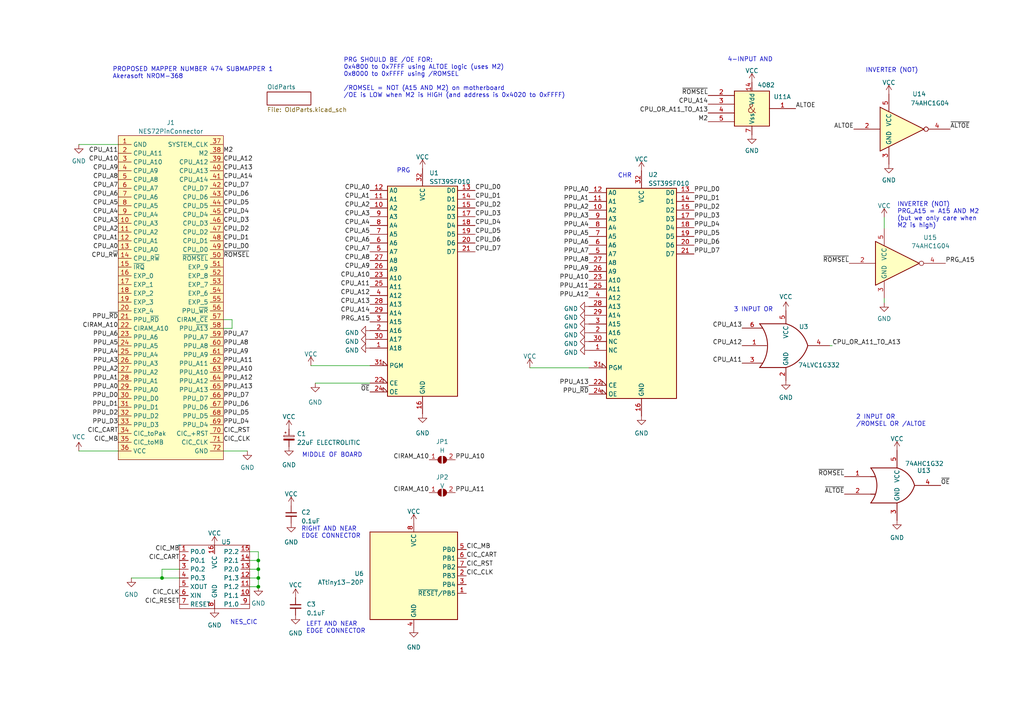
<source format=kicad_sch>
(kicad_sch (version 20230121) (generator eeschema)
  (paper "A4")
  (title_block (title "AS-8BIT-NROM-368") (company "Akerasoft") (comment 1 "©Akerasoft") (comment 2 "linear mapping") (comment 3 "This is a new mapper for simple upgrades of 32K games and also just for extra space in"))
  (lib_symbols
    (symbol "4xxx_IEEE:4082"
      (property "Reference" "U" (at 5.08 6.35 0))
      (property "Value" "4082" (at 5.08 -6.35 0))
      (symbol "4082_0_0"
        (text "&" (at 0 0 0) (effects (font (size 2.54 2.54))))
        (pin power_in line (at 0 7.62 270) (length 2.54) (name "Vdd") (number "14"))
        (pin power_in line (at 0 -7.62 90) (length 2.54) (name "Vss") (number "7"))
      )
      (symbol "4082_0_1"
        (rectangle (start -5.08 5.08) (end 5.08 -5.08) (stroke (width 0.254)) (fill (type background)))
      )
      (symbol "4082_1_1"
        (pin output line (at 12.7 0 180) (length 7.62) (name "~") (number "1"))
        (pin input line (at -12.7 3.81 0) (length 7.62) (name "~") (number "2"))
        (pin input line (at -12.7 1.27 0) (length 7.62) (name "~") (number "3"))
        (pin input line (at -12.7 -1.27 0) (length 7.62) (name "~") (number "4"))
        (pin input line (at -12.7 -3.81 0) (length 7.62) (name "~") (number "5"))
      )
      (symbol "4082_2_1"
        (pin input line (at -12.7 1.27 0) (length 7.62) (name "~") (number "10"))
        (pin input line (at -12.7 -1.27 0) (length 7.62) (name "~") (number "11"))
        (pin input line (at -12.7 -3.81 0) (length 7.62) (name "~") (number "12"))
        (pin output line (at 12.7 0 180) (length 7.62) (name "~") (number "13"))
        (pin input line (at -12.7 3.81 0) (length 7.62) (name "~") (number "9"))
      )
    )
    (symbol "74xGxx:74AHC1G04"
      (property "Reference" "U" (at -2.54 3.81 0))
      (property "Value" "74AHC1G04" (at 0 -3.81 0))
      (symbol "74AHC1G04_0_1"
        (polyline (pts (xy -7.62 6.35) (xy -7.62 -6.35) (xy 5.08 0) (xy -7.62 6.35)) (stroke (width 0.254)) (fill (type background)))
      )
      (symbol "74AHC1G04_1_1"
        (pin input line (at -15.24 0 0) (length 7.62) (name "~") (number "2"))
        (pin power_in line (at -5.08 -10.16 90) (length 5.08) (name "GND") (number "3"))
        (pin output inverted (at 12.7 0 180) (length 7.62) (name "~") (number "4"))
        (pin power_in line (at -5.08 10.16 270) (length 5.08) (name "VCC") (number "5"))
      )
    )
    (symbol "74xGxx:74AHC1G32"
      (property "Reference" "U" (at -2.54 3.81 0))
      (property "Value" "74AHC1G32" (at 0 -3.81 0))
      (symbol "74AHC1G32_0_1"
        (arc (start -7.62 -5.08) (mid -5.838 0) (end -7.62 5.08) (stroke (width 0.254)))
        (arc (start 0 -5.08) (mid 3.1986 -3.2054) (end 5.08 0) (stroke (width 0.254)))
        (polyline (pts (xy -7.62 -2.54) (xy -6.35 -2.54)) (stroke (width 0.254)) (fill (type background)))
        (polyline (pts (xy -7.62 2.54) (xy -6.35 2.54)) (stroke (width 0.254)) (fill (type background)))
        (polyline (pts (xy 0 -5.08) (xy -7.62 -5.08)) (stroke (width 0.254)) (fill (type background)))
        (polyline (pts (xy 0 5.08) (xy -7.62 5.08)) (stroke (width 0.254)) (fill (type background)))
        (arc (start 5.08 0) (mid 3.2238 3.2304) (end 0 5.08) (stroke (width 0.254)))
      )
      (symbol "74AHC1G32_1_1"
        (pin input line (at -15.24 2.54 0) (length 7.62) (name "~") (number "1"))
        (pin input line (at -15.24 -2.54 0) (length 7.62) (name "~") (number "2"))
        (pin power_in line (at 0 -10.16 90) (length 5.08) (name "GND") (number "3"))
        (pin output line (at 12.7 0 180) (length 7.62) (name "~") (number "4"))
        (pin power_in line (at 0 10.16 270) (length 5.08) (name "VCC") (number "5"))
      )
    )
    (symbol "74xGxx:74LVC1G332"
      (property "Reference" "U" (at -5.08 10.16 0))
      (property "Value" "74LVC1G332" (at 0 -10.16 0))
      (symbol "74LVC1G332_0_1"
        (arc (start -7.62 -6.35) (mid -5.321 0) (end -7.62 6.35) (stroke (width 0.254)))
        (arc (start 0 -6.35) (mid 3.9978 -3.9978) (end 6.35 0) (stroke (width 0.254)))
        (polyline (pts (xy 0 -6.35) (xy -7.62 -6.35)) (stroke (width 0.254)) (fill (type background)))
        (polyline (pts (xy 0 6.35) (xy -7.62 6.35)) (stroke (width 0.254)) (fill (type background)))
        (arc (start 6.35 0) (mid 3.9978 3.9978) (end 0 6.35) (stroke (width 0.254)))
      )
      (symbol "74LVC1G332_1_1"
        (pin input line (at -12.698 0 0) (length 7.11) (name "~") (number "1"))
        (pin power_in line (at 0 -10.16 90) (length 3.81) (name "GND") (number "2"))
        (pin input line (at -12.698 -5.08 0) (length 5.84) (name "~") (number "3"))
        (pin output line (at 12.7 0 180) (length 6.35) (name "~") (number "4"))
        (pin power_in line (at 0 10.16 270) (length 3.81) (name "VCC") (number "5"))
        (pin input line (at -12.698 5.08 0) (length 5.84) (name "~") (number "6"))
      )
    )
    (symbol "Device:C_Polarized_Small" (pin_numbers hide) (pin_names (offset 0.254) hide)
      (property "Reference" "C" (at 0.254 1.778 0))
      (property "Value" "C_Polarized_Small" (at 0.254 -2.032 0))
      (symbol "C_Polarized_Small_0_1"
        (rectangle (start -1.524 -0.3048) (end 1.524 -0.6858) (fill (type outline)))
        (rectangle (start -1.524 0.6858) (end 1.524 0.3048))
        (polyline (pts (xy -1.27 1.524) (xy -0.762 1.524)))
        (polyline (pts (xy -1.016 1.27) (xy -1.016 1.778)))
      )
      (symbol "C_Polarized_Small_1_1"
        (pin passive line (at 0 2.54 270) (length 1.8542) (name "~") (number "1"))
        (pin passive line (at 0 -2.54 90) (length 1.8542) (name "~") (number "2"))
      )
    )
    (symbol "Device:C_Small" (pin_numbers hide) (pin_names (offset 0.254) hide)
      (property "Reference" "C" (at 0.254 1.778 0))
      (property "Value" "C_Small" (at 0.254 -2.032 0))
      (symbol "C_Small_0_1"
        (polyline (pts (xy -1.524 -0.508) (xy 1.524 -0.508)) (stroke (width 0.3302)))
        (polyline (pts (xy -1.524 0.508) (xy 1.524 0.508)) (stroke (width 0.3048)))
      )
      (symbol "C_Small_1_1"
        (pin passive line (at 0 2.54 270) (length 2.032) (name "~") (number "1"))
        (pin passive line (at 0 -2.54 90) (length 2.032) (name "~") (number "2"))
      )
    )
    (symbol "Jumper:SolderJumper_2_Open" (pin_names (offset 0) hide)
      (property "Reference" "JP" (at 0 2.032 0))
      (property "Value" "SolderJumper_2_Open" (at 0 -2.54 0))
      (symbol "SolderJumper_2_Open_0_1"
        (arc (start -0.254 1.016) (mid -1.2656 0) (end -0.254 -1.016))
        (arc (start -0.254 1.016) (mid -1.2656 0) (end -0.254 -1.016) (fill (type outline)))
        (polyline (pts (xy -0.254 1.016) (xy -0.254 -1.016)))
        (polyline (pts (xy 0.254 1.016) (xy 0.254 -1.016)))
        (arc (start 0.254 -1.016) (mid 1.2656 0) (end 0.254 1.016))
        (arc (start 0.254 -1.016) (mid 1.2656 0) (end 0.254 1.016) (fill (type outline)))
      )
      (symbol "SolderJumper_2_Open_1_1"
        (pin passive line (at -3.81 0 0) (length 2.54) (name "A") (number "1"))
        (pin passive line (at 3.81 0 180) (length 2.54) (name "B") (number "2"))
      )
    )
    (symbol "MCU_Microchip_ATtiny:ATtiny13-20P"
      (property "Reference" "U" (at -12.7 13.97 0))
      (property "Value" "ATtiny13-20P" (at 2.54 -13.97 0))
      (symbol "ATtiny13-20P_0_1"
        (rectangle (start -12.7 -12.7) (end 12.7 12.7) (stroke (width 0.254)) (fill (type background)))
      )
      (symbol "ATtiny13-20P_1_1"
        (pin bidirectional line (at 15.24 -5.08 180) (length 2.54) (name "~{RESET}/PB5") (number "1"))
        (pin bidirectional line (at 15.24 0 180) (length 2.54) (name "PB3") (number "2"))
        (pin bidirectional line (at 15.24 -2.54 180) (length 2.54) (name "PB4") (number "3"))
        (pin power_in line (at 0 -15.24 90) (length 2.54) (name "GND") (number "4"))
        (pin bidirectional line (at 15.24 7.62 180) (length 2.54) (name "PB0") (number "5"))
        (pin bidirectional line (at 15.24 5.08 180) (length 2.54) (name "PB1") (number "6"))
        (pin bidirectional line (at 15.24 2.54 180) (length 2.54) (name "PB2") (number "7"))
        (pin power_in line (at 0 15.24 270) (length 2.54) (name "VCC") (number "8"))
      )
    )
    (symbol "Memory_Flash:SST39SF010"
      (property "Reference" "U" (at 2.54 33.02 0))
      (property "Value" "SST39SF010" (at 0 -30.48 0))
      (symbol "SST39SF010_0_0"
        (pin power_in line (at 0 -34.29 90) (length 5.08) (name "GND") (number "16"))
        (pin power_in line (at 0 36.83 270) (length 5.08) (name "VCC") (number "32"))
      )
      (symbol "SST39SF010_0_1"
        (rectangle (start -10.16 31.75) (end 10.16 -29.21) (stroke (width 0.254)) (fill (type background)))
      )
      (symbol "SST39SF010_1_1"
        (pin input line (at -15.24 -15.24 0) (length 5.08) (name "NC") (number "1"))
        (pin input line (at -15.24 25.4 0) (length 5.08) (name "A2") (number "10"))
        (pin input line (at -15.24 27.94 0) (length 5.08) (name "A1") (number "11"))
        (pin input line (at -15.24 30.48 0) (length 5.08) (name "A0") (number "12"))
        (pin tri_state line (at 15.24 30.48 180) (length 5.08) (name "D0") (number "13"))
        (pin tri_state line (at 15.24 27.94 180) (length 5.08) (name "D1") (number "14"))
        (pin tri_state line (at 15.24 25.4 180) (length 5.08) (name "D2") (number "15"))
        (pin tri_state line (at 15.24 22.86 180) (length 5.08) (name "D3") (number "17"))
        (pin tri_state line (at 15.24 20.32 180) (length 5.08) (name "D4") (number "18"))
        (pin tri_state line (at 15.24 17.78 180) (length 5.08) (name "D5") (number "19"))
        (pin input line (at -15.24 -10.16 0) (length 5.08) (name "A16") (number "2"))
        (pin tri_state line (at 15.24 15.24 180) (length 5.08) (name "D6") (number "20"))
        (pin tri_state line (at 15.24 12.7 180) (length 5.08) (name "D7") (number "21"))
        (pin input input_low (at -15.24 -25.4 0) (length 5.08) (name "CE") (number "22"))
        (pin input line (at -15.24 5.08 0) (length 5.08) (name "A10") (number "23"))
        (pin input input_low (at -15.24 -27.94 0) (length 5.08) (name "OE") (number "24"))
        (pin input line (at -15.24 2.54 0) (length 5.08) (name "A11") (number "25"))
        (pin input line (at -15.24 7.62 0) (length 5.08) (name "A9") (number "26"))
        (pin input line (at -15.24 10.16 0) (length 5.08) (name "A8") (number "27"))
        (pin input line (at -15.24 -2.54 0) (length 5.08) (name "A13") (number "28"))
        (pin input line (at -15.24 -5.08 0) (length 5.08) (name "A14") (number "29"))
        (pin input line (at -15.24 -7.62 0) (length 5.08) (name "A15") (number "3"))
        (pin input line (at -15.24 -12.7 0) (length 5.08) (name "NC") (number "30"))
        (pin input input_low (at -15.24 -20.32 0) (length 5.08) (name "PGM") (number "31"))
        (pin input line (at -15.24 0 0) (length 5.08) (name "A12") (number "4"))
        (pin input line (at -15.24 12.7 0) (length 5.08) (name "A7") (number "5"))
        (pin input line (at -15.24 15.24 0) (length 5.08) (name "A6") (number "6"))
        (pin input line (at -15.24 17.78 0) (length 5.08) (name "A5") (number "7"))
        (pin input line (at -15.24 20.32 0) (length 5.08) (name "A4") (number "8"))
        (pin input line (at -15.24 22.86 0) (length 5.08) (name "A3") (number "9"))
      )
    )
    (symbol "Memory_Flash:SST39SF040"
      (property "Reference" "U" (at 2.54 33.02 0))
      (property "Value" "SST39SF040" (at 0 -30.48 0))
      (symbol "SST39SF040_0_0"
        (pin power_in line (at 0 -34.29 90) (length 5.08) (name "GND") (number "16"))
        (pin power_in line (at 0 36.83 270) (length 5.08) (name "VCC") (number "32"))
      )
      (symbol "SST39SF040_0_1"
        (rectangle (start -10.16 31.75) (end 10.16 -29.21) (stroke (width 0.254)) (fill (type background)))
      )
      (symbol "SST39SF040_1_1"
        (pin input line (at -15.24 -15.24 0) (length 5.08) (name "A18") (number "1"))
        (pin input line (at -15.24 25.4 0) (length 5.08) (name "A2") (number "10"))
        (pin input line (at -15.24 27.94 0) (length 5.08) (name "A1") (number "11"))
        (pin input line (at -15.24 30.48 0) (length 5.08) (name "A0") (number "12"))
        (pin tri_state line (at 15.24 30.48 180) (length 5.08) (name "D0") (number "13"))
        (pin tri_state line (at 15.24 27.94 180) (length 5.08) (name "D1") (number "14"))
        (pin tri_state line (at 15.24 25.4 180) (length 5.08) (name "D2") (number "15"))
        (pin tri_state line (at 15.24 22.86 180) (length 5.08) (name "D3") (number "17"))
        (pin tri_state line (at 15.24 20.32 180) (length 5.08) (name "D4") (number "18"))
        (pin tri_state line (at 15.24 17.78 180) (length 5.08) (name "D5") (number "19"))
        (pin input line (at -15.24 -10.16 0) (length 5.08) (name "A16") (number "2"))
        (pin tri_state line (at 15.24 15.24 180) (length 5.08) (name "D6") (number "20"))
        (pin tri_state line (at 15.24 12.7 180) (length 5.08) (name "D7") (number "21"))
        (pin input input_low (at -15.24 -25.4 0) (length 5.08) (name "CE") (number "22"))
        (pin input line (at -15.24 5.08 0) (length 5.08) (name "A10") (number "23"))
        (pin input input_low (at -15.24 -27.94 0) (length 5.08) (name "OE") (number "24"))
        (pin input line (at -15.24 2.54 0) (length 5.08) (name "A11") (number "25"))
        (pin input line (at -15.24 7.62 0) (length 5.08) (name "A9") (number "26"))
        (pin input line (at -15.24 10.16 0) (length 5.08) (name "A8") (number "27"))
        (pin input line (at -15.24 -2.54 0) (length 5.08) (name "A13") (number "28"))
        (pin input line (at -15.24 -5.08 0) (length 5.08) (name "A14") (number "29"))
        (pin input line (at -15.24 -7.62 0) (length 5.08) (name "A15") (number "3"))
        (pin input line (at -15.24 -12.7 0) (length 5.08) (name "A17") (number "30"))
        (pin input input_low (at -15.24 -20.32 0) (length 5.08) (name "PGM") (number "31"))
        (pin input line (at -15.24 0 0) (length 5.08) (name "A12") (number "4"))
        (pin input line (at -15.24 12.7 0) (length 5.08) (name "A7") (number "5"))
        (pin input line (at -15.24 15.24 0) (length 5.08) (name "A6") (number "6"))
        (pin input line (at -15.24 17.78 0) (length 5.08) (name "A5") (number "7"))
        (pin input line (at -15.24 20.32 0) (length 5.08) (name "A4") (number "8"))
        (pin input line (at -15.24 22.86 0) (length 5.08) (name "A3") (number "9"))
      )
    )
    (symbol "New_Library:NES72PinConnector"
      (property "Reference" "J" (at 0 0 0))
      (property "Value" "NES72PinConnector" (at 0 0 0))
      (symbol "NES72PinConnector_0_1"
        (rectangle (start 0 0) (end 30.48 -93.98) (fill (type background)))
      )
      (symbol "NES72PinConnector_1_1"
        (pin power_in line (at 0 -2.54 0) (length 3.81) (name "GND") (number "1"))
        (pin input line (at 0 -25.4 0) (length 3.81) (name "CPU_A3") (number "10"))
        (pin input line (at 0 -27.94 0) (length 3.81) (name "CPU_A2") (number "11"))
        (pin input line (at 0 -30.48 0) (length 3.81) (name "CPU_A1") (number "12"))
        (pin input line (at 0 -33.02 0) (length 3.81) (name "CPU_A0") (number "13"))
        (pin input line (at 0 -35.56 0) (length 3.81) (name "CPU_R~{W}") (number "14"))
        (pin output line (at 0 -38.1 0) (length 3.81) (name "~{IRQ}") (number "15"))
        (pin unspecified line (at 0 -40.64 0) (length 3.81) (name "EXP_0") (number "16"))
        (pin unspecified line (at 0 -43.18 0) (length 3.81) (name "EXP_1") (number "17"))
        (pin unspecified line (at 0 -45.72 0) (length 3.81) (name "EXP_2") (number "18"))
        (pin unspecified line (at 0 -48.26 0) (length 3.81) (name "EXP_3") (number "19"))
        (pin input line (at 0 -5.08 0) (length 3.81) (name "CPU_A11") (number "2"))
        (pin unspecified line (at 0 -50.8 0) (length 3.81) (name "EXP_4") (number "20"))
        (pin input line (at 0 -53.34 0) (length 3.81) (name "PPU_~{RD}") (number "21"))
        (pin input line (at 0 -55.88 0) (length 3.81) (name "CIRAM_A10") (number "22"))
        (pin input line (at 0 -58.42 0) (length 3.81) (name "PPU_A6") (number "23"))
        (pin input line (at 0 -60.96 0) (length 3.81) (name "PPU_A5") (number "24"))
        (pin input line (at 0 -63.5 0) (length 3.81) (name "PPU_A4") (number "25"))
        (pin input line (at 0 -66.04 0) (length 3.81) (name "PPU_A3") (number "26"))
        (pin input line (at 0 -68.58 0) (length 3.81) (name "PPU_A2") (number "27"))
        (pin input line (at 0 -71.12 0) (length 3.81) (name "PPU_A1") (number "28"))
        (pin input line (at 0 -73.66 0) (length 3.81) (name "PPU_A0") (number "29"))
        (pin input line (at 0 -7.62 0) (length 3.81) (name "CPU_A10") (number "3"))
        (pin bidirectional line (at 0 -76.2 0) (length 3.81) (name "PPU_D0") (number "30"))
        (pin bidirectional line (at 0 -78.74 0) (length 3.81) (name "PPU_D1") (number "31"))
        (pin bidirectional line (at 0 -81.28 0) (length 3.81) (name "PPU_D2") (number "32"))
        (pin bidirectional line (at 0 -83.82 0) (length 3.81) (name "PPU_D3") (number "33"))
        (pin input line (at 0 -86.36 0) (length 3.81) (name "CIC_toPak") (number "34"))
        (pin output line (at 0 -88.9 0) (length 3.81) (name "CIC_toMB") (number "35"))
        (pin power_in line (at 0 -91.44 0) (length 3.81) (name "VCC") (number "36"))
        (pin input line (at 30.48 -2.54 180) (length 3.81) (name "SYSTEM_CLK") (number "37"))
        (pin input line (at 30.48 -5.08 180) (length 3.81) (name "M2") (number "38"))
        (pin input line (at 30.48 -7.62 180) (length 3.81) (name "CPU_A12") (number "39"))
        (pin input line (at 0 -10.16 0) (length 3.81) (name "CPU_A9") (number "4"))
        (pin input line (at 30.48 -10.16 180) (length 3.81) (name "CPU_A13") (number "40"))
        (pin input line (at 30.48 -12.7 180) (length 3.81) (name "CPU_A14") (number "41"))
        (pin bidirectional line (at 30.48 -15.24 180) (length 3.81) (name "CPU_D7") (number "42"))
        (pin bidirectional line (at 30.48 -17.78 180) (length 3.81) (name "CPU_D6") (number "43"))
        (pin bidirectional line (at 30.48 -20.32 180) (length 3.81) (name "CPU_D5") (number "44"))
        (pin bidirectional line (at 30.48 -22.86 180) (length 3.81) (name "CPU_D4") (number "45"))
        (pin bidirectional line (at 30.48 -25.4 180) (length 3.81) (name "CPU_D3") (number "46"))
        (pin bidirectional line (at 30.48 -27.94 180) (length 3.81) (name "CPU_D2") (number "47"))
        (pin bidirectional line (at 30.48 -30.48 180) (length 3.81) (name "CPU_D1") (number "48"))
        (pin bidirectional line (at 30.48 -33.02 180) (length 3.81) (name "CPU_D0") (number "49"))
        (pin input line (at 0 -12.7 0) (length 3.81) (name "CPU_A8") (number "5"))
        (pin input line (at 30.48 -35.56 180) (length 3.81) (name "~{ROMSEL}") (number "50"))
        (pin unspecified line (at 30.48 -38.1 180) (length 3.81) (name "EXP_9") (number "51"))
        (pin unspecified line (at 30.48 -40.64 180) (length 3.81) (name "EXP_8") (number "52"))
        (pin unspecified line (at 30.48 -43.18 180) (length 3.81) (name "EXP_7") (number "53"))
        (pin unspecified line (at 30.48 -45.72 180) (length 3.81) (name "EXP_6") (number "54"))
        (pin unspecified line (at 30.48 -48.26 180) (length 3.81) (name "EXP_5") (number "55"))
        (pin input line (at 30.48 -50.8 180) (length 3.81) (name "PPU_~{WR}") (number "56"))
        (pin input line (at 30.48 -53.34 180) (length 3.81) (name "CIRAM_~{CE}") (number "57"))
        (pin input line (at 30.48 -55.88 180) (length 3.81) (name "PPU_~{A13}") (number "58"))
        (pin input line (at 30.48 -58.42 180) (length 3.81) (name "PPU_A7") (number "59"))
        (pin input line (at 0 -15.24 0) (length 3.81) (name "CPU_A7") (number "6"))
        (pin input line (at 30.48 -60.96 180) (length 3.81) (name "PPU_A8") (number "60"))
        (pin input line (at 30.48 -63.5 180) (length 3.81) (name "PPU_A9") (number "61"))
        (pin input line (at 30.48 -66.04 180) (length 3.81) (name "PPU_A11") (number "62"))
        (pin input line (at 30.48 -68.58 180) (length 3.81) (name "PPU_A10") (number "63"))
        (pin input line (at 30.48 -71.12 180) (length 3.81) (name "PPU_A12") (number "64"))
        (pin input line (at 30.48 -73.66 180) (length 3.81) (name "PPU_A13") (number "65"))
        (pin bidirectional line (at 30.48 -76.2 180) (length 3.81) (name "PPU_D7") (number "66"))
        (pin bidirectional line (at 30.48 -78.74 180) (length 3.81) (name "PPU_D6") (number "67"))
        (pin bidirectional line (at 30.48 -81.28 180) (length 3.81) (name "PPU_D5") (number "68"))
        (pin bidirectional line (at 30.48 -83.82 180) (length 3.81) (name "PPU_D4") (number "69"))
        (pin input line (at 0 -17.78 0) (length 3.81) (name "CPU_A6") (number "7"))
        (pin input line (at 30.48 -86.36 180) (length 3.81) (name "CIC_+RST") (number "70"))
        (pin input line (at 30.48 -88.9 180) (length 3.81) (name "CIC_CLK") (number "71"))
        (pin power_in line (at 30.48 -91.44 180) (length 3.81) (name "GND") (number "72"))
        (pin input line (at 0 -20.32 0) (length 3.81) (name "CPU_A5") (number "8"))
        (pin input line (at 0 -22.86 0) (length 3.81) (name "CPU_A4") (number "9"))
      )
    )
    (symbol "New_Library:NES_CIC"
      (property "Reference" "U" (at 0 0 0))
      (symbol "NES_CIC_0_1"
        (rectangle (start 0 0) (end 20.32 -18.415))
      )
      (symbol "NES_CIC_1_1"
        (pin bidirectional line (at 0 -1.905 0) (length 2.54) (name "P0.0") (number "1"))
        (pin input line (at 20.32 -14.605 180) (length 2.54) (name "P1.1") (number "10"))
        (pin output line (at 20.32 -12.065 180) (length 2.54) (name "P1.2") (number "11"))
        (pin bidirectional line (at 20.32 -9.525 180) (length 2.54) (name "P1.3") (number "12"))
        (pin bidirectional line (at 20.32 -6.985 180) (length 2.54) (name "P2.0") (number "13"))
        (pin bidirectional line (at 20.32 -4.445 180) (length 2.54) (name "P2.1") (number "14"))
        (pin bidirectional line (at 20.32 -1.905 180) (length 2.54) (name "P2.2") (number "15"))
        (pin power_in line (at 10.16 0 270) (length 2.54) (name "VCC") (number "16"))
        (pin bidirectional line (at 0 -4.445 0) (length 2.54) (name "P0.1") (number "2"))
        (pin bidirectional line (at 0 -6.985 0) (length 2.54) (name "P0.2") (number "3"))
        (pin bidirectional line (at 0 -9.525 0) (length 2.54) (name "P0.3") (number "4"))
        (pin output line (at 0 -12.065 0) (length 2.54) (name "XOUT") (number "5"))
        (pin input line (at 0 -14.605 0) (length 2.54) (name "XIN") (number "6"))
        (pin input line (at 0 -17.145 0) (length 2.54) (name "RESET") (number "7"))
        (pin power_in line (at 10.16 -18.415 90) (length 2.54) (name "GND") (number "8"))
        (pin input line (at 20.32 -17.145 180) (length 2.54) (name "P1.0") (number "9"))
      )
    )
    (symbol "power:GND" (power) (pin_names (offset 0))
      (property "Value" "GND" (at 0 -3.81 0))
      (symbol "GND_0_1"
        (polyline (pts (xy 0 0) (xy 0 -1.27) (xy 1.27 -1.27) (xy 0 -2.54) (xy -1.27 -1.27) (xy 0 -1.27)))
      )
      (symbol "GND_1_1"
        (pin power_in line (at 0 0 270) (length 0) hide (name "GND") (number "1"))
      )
    )
    (symbol "power:VCC" (power) (pin_names (offset 0))
      (property "Value" "VCC" (at 0 3.81 0))
      (symbol "VCC_0_1"
        (polyline (pts (xy -0.762 1.27) (xy 0 2.54)))
        (polyline (pts (xy 0 0) (xy 0 2.54)))
        (polyline (pts (xy 0 2.54) (xy 0.762 1.27)))
      )
      (symbol "VCC_1_1"
        (pin power_in line (at 0 0 90) (length 0) hide (name "VCC") (number "1"))
      )
    )
  )
  (junction (at 74.93 167.64))
  (junction (at 74.93 165.1))
  (junction (at 74.93 162.56))
  (junction (at 74.93 170.18))
  (junction (at 46.99 167.64))
  (wire (pts (xy 240.6396 100.2538) (xy 241.4016 100.2538)))
  (wire (pts (xy 91.44 111.125) (xy 107.315 111.125)))
  (wire (pts (xy 74.93 170.18) (xy 72.39 170.18)))
  (wire (pts (xy 72.39 162.56) (xy 74.93 162.56)))
  (wire (pts (xy 72.39 167.64) (xy 74.93 167.64)))
  (wire (pts (xy 90.17 106.045) (xy 107.315 106.045)))
  (wire (pts (xy 74.93 160.02) (xy 74.93 162.56)))
  (wire (pts (xy 22.86 41.91) (xy 34.29 41.91)))
  (wire (pts (xy 153.67 106.68) (xy 170.815 106.68)))
  (wire (pts (xy 256.4638 63.0428) (xy 256.4638 66.2178)))
  (wire (pts (xy 64.77 92.71) (xy 67.31 92.71)))
  (wire (pts (xy 22.86 130.81) (xy 34.29 130.81)))
  (wire (pts (xy 215.2416 100.2538) (xy 215.2396 100.2538)))
  (wire (pts (xy 64.77 95.25) (xy 67.31 95.25)))
  (wire (pts (xy 46.99 167.64) (xy 46.99 165.1)))
  (wire (pts (xy 46.99 165.1) (xy 52.07 165.1)))
  (wire (pts (xy 71.755 130.81) (xy 64.77 130.81)))
  (wire (pts (xy 72.39 160.02) (xy 74.93 160.02)))
  (wire (pts (xy 38.1 167.64) (xy 46.99 167.64)))
  (wire (pts (xy 215.2416 95.1738) (xy 215.2396 95.1738)))
  (wire (pts (xy 215.2416 105.3338) (xy 215.2396 105.3338)))
  (wire (pts (xy 74.93 162.56) (xy 74.93 165.1)))
  (wire (pts (xy 46.99 167.64) (xy 52.07 167.64)))
  (wire (pts (xy 256.4638 86.5378) (xy 256.4638 87.8078)))
  (wire (pts (xy 74.93 165.1) (xy 74.93 167.64)))
  (wire (pts (xy 74.93 167.64) (xy 74.93 170.18)))
  (wire (pts (xy 72.39 165.1) (xy 74.93 165.1)))
  (wire (pts (xy 67.31 92.71) (xy 67.31 95.25)))
  (text "PROPOSED MAPPER NUMBER 474 SUBMAPPER 1\nAkerasoft NROM-368\n" (at 32.639 22.987 0) (effects (font (size 1.27 1.27)) (justify left bottom)))
  (text "4-INPUT AND" (at 211.0232 18.0848 0) (effects (font (size 1.27 1.27)) (justify left bottom)))
  (text "3 INPUT OR\n" (at 212.7758 90.6018 0) (effects (font (size 1.27 1.27)) (justify left bottom)))
  (text "2 INPUT OR\n/ROMSEL OR /ALTOE" (at 248.2596 123.825 0) (effects (font (size 1.27 1.27)) (justify left bottom)))
  (text "RIGHT AND NEAR\nEDGE CONNECTOR" (at 87.376 156.2862 0) (effects (font (size 1.27 1.27)) (justify left bottom)))
  (text "PRG SHOULD BE /OE FOR:\n0x4800 to 0x7FFF using ALTOE logic (uses M2)\n0x8000 to 0xFFFF using /ROMSEL\n\n/ROMSEL = NOT (A15 AND M2) on motherboard\n/OE is LOW when M2 is HIGH (and address is 0x4020 to 0xFFFF)" (at 99.6442 28.4734 0) (effects (font (size 1.27 1.27)) (justify left bottom)))
  (text "INVERTER (NOT)\nPRG_A15 = A15 AND M2\n(but we only care when\nM2 is high)" (at 260.223 66.2432 0) (effects (font (size 1.27 1.27)) (justify left bottom)))
  (text "CHR" (at 179.197 51.7652 0) (effects (font (size 1.27 1.27)) (justify left bottom)))
  (text "MIDDLE OF BOARD" (at 87.5792 132.7912 0) (effects (font (size 1.27 1.27)) (justify left bottom)))
  (text "LEFT AND NEAR\nEDGE CONNECTOR" (at 88.773 183.8706 0) (effects (font (size 1.27 1.27)) (justify left bottom)))
  (text "NES_CIC" (at 66.7258 181.3306 0) (effects (font (size 1.27 1.27)) (justify left bottom)))
  (text "PRG" (at 115.0366 50.3174 0) (effects (font (size 1.27 1.27)) (justify left bottom)))
  (text "INVERTER (NOT)\n" (at 251.0282 21.209 0) (effects (font (size 1.27 1.27)) (justify left bottom)))
  (label "CPU_A2" (at 34.29 67.31 180))
  (label "PPU_A12" (at 64.77 110.49 0))
  (label "PPU_A9" (at 170.815 78.74 180))
  (label "PPU_A11" (at 132.08 142.875 0))
  (label "PPU_A7" (at 64.77 97.79 0))
  (label "CIC_MB" (at 135.255 159.385 0))
  (label "PPU_D6" (at 64.77 118.11 0))
  (label "CPU_A2" (at 107.315 60.325 180))
  (label "CIC_CLK" (at 64.77 128.27 0))
  (label "CPU_A3" (at 34.29 64.77 180))
  (label "PPU_D7" (at 201.295 73.66 0))
  (label "CIC_CLK" (at 135.255 167.005 0))
  (label "CPU_A13" (at 64.77 49.53 0))
  (label "CPU_A10" (at 34.29 46.99 180))
  (label "PPU_A3" (at 170.815 63.5 180))
  (label "CPU_A6" (at 34.29 57.15 180))
  (label "CPU_A14" (at 205.3844 30.226 180))
  (label "CPU_A11" (at 34.29 44.45 180))
  (label "~{ALTOE}" (at 275.59 37.465 0))
  (label "CPU_A12" (at 215.2396 100.2538 180))
  (label "CPU_A14" (at 64.77 52.07 0))
  (label "PPU_A10" (at 64.77 107.95 0))
  (label "CPU_OR_A11_TO_A13" (at 241.4016 100.2538 0))
  (label "CPU_D7" (at 137.795 73.025 0))
  (label "~{ROMSEL}" (at 205.3844 27.686 180))
  (label "CPU_A13" (at 107.315 88.265 180))
  (label "CPU_D3" (at 64.77 64.77 0))
  (label "PPU_A7" (at 170.815 73.66 180))
  (label "CPU_D4" (at 64.77 62.23 0))
  (label "CPU_D0" (at 64.77 72.39 0))
  (label "PPU_A6" (at 170.815 71.12 180))
  (label "M2" (at 205.3844 35.306 180))
  (label "CPU_A8" (at 34.29 52.07 180))
  (label "CIC_RESET" (at 52.07 175.26 180))
  (label "PPU_A0" (at 34.29 113.03 180))
  (label "CPU_A9" (at 34.29 49.53 180))
  (label "PPU_D1" (at 201.295 58.42 0))
  (label "PPU_A1" (at 34.29 110.49 180))
  (label "CIRAM_A10" (at 124.46 142.875 180))
  (label "CPU_D0" (at 137.795 55.245 0))
  (label "CIC_CLK" (at 52.07 172.72 180))
  (label "CPU_D4" (at 137.795 65.405 0))
  (label "CPU_D1" (at 64.77 69.85 0))
  (label "PPU_D2" (at 34.29 120.65 180))
  (label "CIC_CART" (at 52.07 162.56 180))
  (label "~{ROMSEL}" (at 246.3038 76.3778 180))
  (label "PPU_A0" (at 170.815 55.88 180))
  (label "CPU_A8" (at 107.315 75.565 180))
  (label "~{OE}" (at 272.8722 140.7922 0))
  (label "PPU_A5" (at 34.29 100.33 180))
  (label "PPU_D3" (at 34.29 123.19 180))
  (label "PPU_~{RD}" (at 170.815 114.3 180))
  (label "PPU_D0" (at 201.295 55.88 0))
  (label "~{OE}" (at 107.315 113.665 180))
  (label "PPU_A2" (at 34.29 107.95 180))
  (label "PPU_D6" (at 201.295 71.12 0))
  (label "CPU_A0" (at 34.29 72.39 180))
  (label "PPU_A3" (at 34.29 105.41 180))
  (label "PPU_A13" (at 170.815 111.76 180))
  (label "CIC_MB" (at 34.29 128.27 180))
  (label "PPU_A4" (at 170.815 66.04 180))
  (label "PPU_A12" (at 170.815 86.36 180))
  (label "M2" (at 64.77 44.45 0))
  (label "CPU_D5" (at 64.77 59.69 0))
  (label "CPU_A1" (at 107.315 57.785 180))
  (label "CPU_A0" (at 107.315 55.245 180))
  (label "PPU_A1" (at 170.815 58.42 180))
  (label "PPU_A9" (at 64.77 102.87 0))
  (label "CPU_D2" (at 64.77 67.31 0))
  (label "CPU_D6" (at 137.795 70.485 0))
  (label "CPU_A1" (at 34.29 69.85 180))
  (label "CPU_A7" (at 34.29 54.61 180))
  (label "CIC_RST" (at 135.255 164.465 0))
  (label "CPU_A9" (at 107.315 78.105 180))
  (label "PPU_D5" (at 64.77 120.65 0))
  (label "~{ALTOE}" (at 244.9322 143.3322 180))
  (label "CIRAM_A10" (at 34.29 95.25 180))
  (label "CPU_A11" (at 215.2396 105.3338 180))
  (label "CIC_CART" (at 135.255 161.925 0))
  (label "ALTOE" (at 247.65 37.465 180))
  (label "PPU_A13" (at 64.77 113.03 0))
  (label "CPU_A6" (at 107.315 70.485 180))
  (label "CPU_A7" (at 107.315 73.025 180))
  (label "~{ROMSEL}" (at 64.77 74.93 0))
  (label "PPU_D0" (at 34.29 115.57 180))
  (label "PPU_D5" (at 201.295 68.58 0))
  (label "CPU_A10" (at 107.315 80.645 180))
  (label "PPU_D7" (at 64.77 115.57 0))
  (label "~{ROMSEL}" (at 244.9322 138.2522 180))
  (label "CPU_A4" (at 34.29 62.23 180))
  (label "PPU_A8" (at 64.77 100.33 0))
  (label "CIRAM_A10" (at 124.46 133.35 180))
  (label "PPU_D3" (at 201.295 63.5 0))
  (label "PPU_A6" (at 34.29 97.79 180))
  (label "PPU_D4" (at 64.77 123.19 0))
  (label "CPU_A4" (at 107.315 65.405 180))
  (label "PPU_A10" (at 170.815 81.28 180))
  (label "PRG_A15" (at 274.2438 76.3778 0))
  (label "PRG_A15" (at 107.315 93.345 180))
  (label "PPU_A10" (at 132.08 133.35 0))
  (label "PPU_A11" (at 64.77 105.41 0))
  (label "CPU_A12" (at 107.315 85.725 180))
  (label "PPU_A4" (at 34.29 102.87 180))
  (label "CPU_D7" (at 64.77 54.61 0))
  (label "PPU_A8" (at 170.815 76.2 180))
  (label "PPU_D4" (at 201.295 66.04 0))
  (label "CPU_D2" (at 137.795 60.325 0))
  (label "CIC_CART" (at 34.29 125.73 180))
  (label "CPU_A11" (at 107.315 83.185 180))
  (label "CPU_OR_A11_TO_A13" (at 205.3844 32.766 180))
  (label "ALTOE" (at 230.7844 31.496 0))
  (label "PPU_A5" (at 170.815 68.58 180))
  (label "CIC_MB" (at 52.07 160.02 180))
  (label "CIC_RST" (at 64.77 125.73 0))
  (label "CPU_A12" (at 64.77 46.99 0))
  (label "CPU_D5" (at 137.795 67.945 0))
  (label "PPU_D2" (at 201.295 60.96 0))
  (label "CPU_D1" (at 137.795 57.785 0))
  (label "PPU_~{RD}" (at 34.29 92.71 180))
  (label "CPU_A5" (at 34.29 59.69 180))
  (label "CPU_D3" (at 137.795 62.865 0))
  (label "PPU_A11" (at 170.815 83.82 180))
  (label "PPU_A2" (at 170.815 60.96 180))
  (label "CPU_A14" (at 107.315 90.805 180))
  (label "CPU_D6" (at 64.77 57.15 0))
  (label "CPU_A3" (at 107.315 62.865 180))
  (label "CPU_A5" (at 107.315 67.945 180))
  (label "CPU_R~{W}" (at 34.29 74.93 180))
  (label "PPU_D1" (at 34.29 118.11 180))
  (label "CPU_A13" (at 215.2396 95.1738 180))
  (symbol (lib_id "Jumper:SolderJumper_2_Open") (at 128.27 142.875 0) (unit 1)
    (property "Reference" "JP2" (at 128.27 138.4046 0))
    (property "Value" "V" (at 128.27 140.9446 0))
    (property "Footprint" "Jumper:SolderJumper-2_P1.3mm_Open_Pad1.0x1.5mm" (effects hide))
  )
  (symbol (lib_id "power:VCC") (at 256.4638 63.0428 0) (unit 1)
    (property "Reference" "#PWR043" (effects hide))
    (property "Value" "VCC" (at 256.4638 59.69 0))
  )
  (symbol (lib_id "power:GND") (at 186.055 120.65 0) (unit 1)
    (property "Reference" "#PWR07" (effects hide))
    (property "Value" "GND" (at 186.055 125.6538 0))
  )
  (symbol (lib_id "power:GND") (at 170.815 91.44 270) (unit 1)
    (property "Reference" "#PWR020" (effects hide))
    (property "Value" "GND" (at 167.64 92.075 90) (effects (justify right)))
  )
  (symbol (lib_id "power:VCC") (at 84.455 146.685 0) (unit 1)
    (property "Reference" "#PWR09" (effects hide))
    (property "Value" "VCC" (at 84.455 143.2814 0))
  )
  (symbol (lib_id "power:GND") (at 170.815 88.9 270) (unit 1)
    (property "Reference" "#PWR012" (effects hide))
    (property "Value" "GND" (at 167.64 89.535 90) (effects (justify right)))
  )
  (symbol (lib_id "power:GND") (at 83.82 129.54 0) (unit 1)
    (property "Reference" "#PWR014" (effects hide))
    (property "Value" "GND" (at 83.82 134.8486 0))
  )
  (symbol (lib_id "power:GND") (at 170.815 99.06 270) (unit 1)
    (property "Reference" "#PWR029" (effects hide))
    (property "Value" "GND" (at 167.64 99.695 90) (effects (justify right)))
  )
  (symbol (lib_id "power:GND") (at 227.9396 110.4138 0) (unit 1)
    (property "Reference" "#PWR011" (effects hide))
    (property "Value" "GND" (at 227.9396 115.2906 0))
  )
  (symbol (lib_id "power:GND") (at 257.81 47.625 0) (unit 1)
    (property "Reference" "#PWR041" (effects hide))
    (property "Value" "GND" (at 257.81 52.2478 0))
  )
  (symbol (lib_id "power:VCC") (at 227.9396 90.0938 0) (unit 1)
    (property "Reference" "#PWR010" (effects hide))
    (property "Value" "VCC" (at 227.9396 86.0806 0))
  )
  (symbol (lib_id "Memory_Flash:SST39SF040") (at 122.555 85.725 0) (unit 1)
    (property "Reference" "U1" (at 124.5109 50.165 0) (effects (justify left)))
    (property "Value" "SST39SF010" (at 124.5109 52.705 0) (effects (justify left)))
    (property "Footprint" "Package_DIP:DIP-32_W15.24mm" (effects hide))
    (property "Datasheet" "http://ww1.microchip.com/downloads/en/DeviceDoc/25022B.pdf" (effects hide))
  )
  (symbol (lib_id "power:GND") (at 256.4638 87.8078 0) (unit 1)
    (property "Reference" "#PWR042" (effects hide))
    (property "Value" "GND" (at 256.4638 92.4306 0))
  )
  (symbol (lib_id "Device:C_Small") (at 84.455 149.225 0) (unit 1)
    (property "Reference" "C2" (at 87.376 148.5963 0) (effects (justify left)))
    (property "Value" "0.1uF" (at 87.376 151.1363 0) (effects (justify left)))
    (property "Footprint" "Capacitor_THT:C_Disc_D3.0mm_W1.6mm_P2.50mm" (effects hide))
  )
  (symbol (lib_id "power:GND") (at 22.86 41.91 0) (unit 1)
    (property "Reference" "#PWR01" (effects hide))
    (property "Value" "GND" (at 22.86 46.7106 0))
  )
  (symbol (lib_id "74xGxx:74AHC1G04") (at 261.5438 76.3778 0) (unit 1)
    (property "Reference" "U15" (at 269.7734 68.8848 0))
    (property "Value" "74AHC1G04" (at 269.9004 71.3486 0))
    (property "Footprint" "Package_TO_SOT_SMD:SOT-23-5" (effects hide))
    (property "Datasheet" "http://www.ti.com/lit/sg/scyt129e/scyt129e.pdf" (effects hide))
  )
  (symbol (lib_id "power:GND") (at 170.815 101.6 270) (unit 1)
    (property "Reference" "#PWR030" (effects hide))
    (property "Value" "GND" (at 167.64 102.235 90) (effects (justify right)))
  )
  (symbol (lib_id "power:VCC") (at 260.1722 130.6322 0) (unit 1)
    (property "Reference" "#PWR036" (effects hide))
    (property "Value" "VCC" (at 260.1722 127.2794 0))
  )
  (symbol (lib_id "power:GND") (at 122.555 120.015 0) (unit 1)
    (property "Reference" "#PWR06" (effects hide))
    (property "Value" "GND" (at 122.555 125.603 0))
  )
  (symbol (lib_id "power:VCC") (at 257.81 27.305 0) (unit 1)
    (property "Reference" "#PWR040" (effects hide))
    (property "Value" "VCC" (at 257.81 23.9522 0))
  )
  (symbol (lib_id "power:GND") (at 74.93 170.18 0) (unit 1)
    (property "Reference" "#PWR024" (effects hide))
    (property "Value" "GND" (at 74.93 174.9806 0))
  )
  (symbol (lib_id "power:VCC") (at 122.555 48.895 0) (unit 1)
    (property "Reference" "#PWR04" (effects hide))
    (property "Value" "VCC" (at 122.555 45.5422 0))
  )
  (symbol (lib_id "power:GND") (at 170.815 96.52 270) (unit 1)
    (property "Reference" "#PWR028" (effects hide))
    (property "Value" "GND" (at 167.64 97.155 90) (effects (justify right)))
  )
  (symbol (lib_id "power:GND") (at 85.725 178.435 0) (unit 1)
    (property "Reference" "#PWR019" (effects hide))
    (property "Value" "GND" (at 85.725 183.642 0))
  )
  (symbol (lib_id "power:GND") (at 170.815 93.98 270) (unit 1)
    (property "Reference" "#PWR027" (effects hide))
    (property "Value" "GND" (at 167.64 94.615 90) (effects (justify right)))
  )
  (symbol (lib_id "power:VCC") (at 90.17 106.045 0) (unit 1)
    (property "Reference" "#PWR017" (effects hide))
    (property "Value" "VCC" (at 90.17 102.7176 0))
  )
  (symbol (lib_id "4xxx_IEEE:4082") (at 218.0844 31.496 0) (unit 1)
    (property "Reference" "U11" (at 226.8982 28.0671 0))
    (property "Value" "4082" (at 222.2246 24.6634 0))
    (property "Footprint" "Package_DIP:DIP-14_W7.62mm" (effects hide))
  )
  (symbol (lib_id "power:VCC") (at 218.0844 23.876 0) (unit 1)
    (property "Reference" "#PWR034" (effects hide))
    (property "Value" "VCC" (at 218.0844 20.5232 0))
  )
  (symbol (lib_id "74xGxx:74AHC1G32") (at 260.1722 140.7922 0) (unit 1)
    (property "Reference" "U13" (at 267.9446 136.4742 0))
    (property "Value" "74AHC1G32" (at 268.097 134.4676 0))
    (property "Footprint" "Package_TO_SOT_SMD:SOT-23-5" (effects hide))
    (property "Datasheet" "http://www.ti.com/lit/sg/scyt129e/scyt129e.pdf" (effects hide))
  )
  (symbol (lib_id "power:GND") (at 120.015 182.245 0) (unit 1)
    (property "Reference" "#PWR025" (effects hide))
    (property "Value" "GND" (at 120.015 187.7314 0))
  )
  (symbol (lib_id "power:VCC") (at 186.055 49.53 0) (unit 1)
    (property "Reference" "#PWR05" (effects hide))
    (property "Value" "VCC" (at 186.055 46.1772 0))
  )
  (symbol (lib_id "power:GND") (at 260.1722 150.9522 0) (unit 1)
    (property "Reference" "#PWR037" (effects hide))
    (property "Value" "GND" (at 260.1722 155.956 0))
  )
  (symbol (lib_id "power:GND") (at 107.315 98.425 270) (unit 1)
    (property "Reference" "#PWR032" (effects hide))
    (property "Value" "GND" (at 104.14 99.06 90) (effects (justify right)))
  )
  (symbol (lib_id "power:VCC") (at 153.67 106.68 0) (unit 1)
    (property "Reference" "#PWR018" (effects hide))
    (property "Value" "VCC" (at 153.67 103.3526 0))
  )
  (symbol (lib_id "power:VCC") (at 22.86 130.81 0) (unit 1)
    (property "Reference" "#PWR02" (effects hide))
    (property "Value" "VCC" (at 22.86 126.7206 0))
  )
  (symbol (lib_id "MCU_Microchip_ATtiny:ATtiny13-20P") (at 120.015 167.005 0) (unit 1)
    (property "Reference" "U6" (at 105.5624 166.37 0) (effects (justify right)))
    (property "Value" "ATtiny13-20P" (at 105.5624 168.91 0) (effects (justify right)))
    (property "Footprint" "Package_DIP:DIP-8_W7.62mm" (effects hide))
    (property "Datasheet" "http://ww1.microchip.com/downloads/en/DeviceDoc/doc2535.pdf" (effects hide))
  )
  (symbol (lib_id "Memory_Flash:SST39SF010") (at 186.055 86.36 0) (unit 1)
    (property "Reference" "U2" (at 188.0109 50.673 0) (effects (justify left)))
    (property "Value" "SST39SF010" (at 188.0109 53.213 0) (effects (justify left)))
    (property "Footprint" "Package_DIP:DIP-32_W15.24mm" (effects hide))
    (property "Datasheet" "http://ww1.microchip.com/downloads/en/DeviceDoc/25022B.pdf" (effects hide))
  )
  (symbol (lib_id "power:GND") (at 84.455 151.765 0) (unit 1)
    (property "Reference" "#PWR015" (effects hide))
    (property "Value" "GND" (at 84.455 157.2514 0))
  )
  (symbol (lib_id "power:GND") (at 107.315 100.965 270) (unit 1)
    (property "Reference" "#PWR033" (effects hide))
    (property "Value" "GND" (at 104.14 101.6 90) (effects (justify right)))
  )
  (symbol (lib_id "74xGxx:74AHC1G04") (at 262.89 37.465 0) (unit 1)
    (property "Reference" "U14" (at 266.5984 27.2542 0))
    (property "Value" "74AHC1G04" (at 269.6972 29.9212 0))
    (property "Footprint" "Package_TO_SOT_SMD:SOT-23-5" (effects hide))
    (property "Datasheet" "http://www.ti.com/lit/sg/scyt129e/scyt129e.pdf" (effects hide))
  )
  (symbol (lib_id "power:GND") (at 62.23 176.53 0) (unit 1)
    (property "Reference" "#PWR022" (effects hide))
    (property "Value" "GND" (at 62.23 181.3306 0))
  )
  (symbol (lib_id "power:GND") (at 91.44 111.125 0) (unit 1)
    (property "Reference" "#PWR016" (effects hide))
    (property "Value" "GND" (at 91.44 116.6876 0))
  )
  (symbol (lib_id "power:VCC") (at 120.015 151.765 0) (unit 1)
    (property "Reference" "#PWR026" (effects hide))
    (property "Value" "VCC" (at 120.015 148.3614 0))
  )
  (symbol (lib_id "Device:C_Small") (at 85.725 175.895 0) (unit 1)
    (property "Reference" "C3" (at 88.9 175.2663 0) (effects (justify left)))
    (property "Value" "0.1uF" (at 88.9 177.8063 0) (effects (justify left)))
    (property "Footprint" "Capacitor_THT:C_Disc_D3.0mm_W1.6mm_P2.50mm" (effects hide))
  )
  (symbol (lib_id "power:VCC") (at 83.82 124.46 0) (unit 1)
    (property "Reference" "#PWR08" (effects hide))
    (property "Value" "VCC" (at 83.82 120.8786 0))
  )
  (symbol (lib_id "New_Library:NES_CIC") (at 52.07 158.115 0) (unit 1)
    (property "Reference" "U5" (at 64.1859 157.2006 0) (effects (justify left)))
    (property "Value" "~" (at 52.07 158.115 0))
    (property "Footprint" "Package_DIP:DIP-16_W7.62mm" (effects hide))
  )
  (symbol (lib_id "power:VCC") (at 62.23 158.115 0) (unit 1)
    (property "Reference" "#PWR021" (effects hide))
    (property "Value" "VCC" (at 62.23 154.6606 0))
  )
  (symbol (lib_id "New_Library:NES72PinConnector") (at 34.29 39.37 0) (unit 1)
    (property "Reference" "J1" (at 49.53 35.56 0))
    (property "Value" "NES72PinConnector" (at 49.53 38.1 0))
    (property "Footprint" "Library:NES72PinEdgeConnector2" (effects hide))
  )
  (symbol (lib_id "Device:C_Polarized_Small") (at 83.82 127 0) (unit 1)
    (property "Reference" "C1" (at 86.106 125.8189 0) (effects (justify left)))
    (property "Value" "22uF ELECTROLITIC" (at 86.106 128.3589 0) (effects (justify left)))
    (property "Footprint" "Capacitor_THT:CP_Radial_D5.0mm_P2.50mm" (effects hide))
  )
  (symbol (lib_id "Jumper:SolderJumper_2_Open") (at 128.27 133.35 0) (unit 1)
    (property "Reference" "JP1" (at 128.27 128.0922 0))
    (property "Value" "H" (at 128.27 130.6322 0))
    (property "Footprint" "Jumper:SolderJumper-2_P1.3mm_Open_Pad1.0x1.5mm" (effects hide))
  )
  (symbol (lib_id "power:GND") (at 71.755 130.81 0) (unit 1)
    (property "Reference" "#PWR03" (effects hide))
    (property "Value" "GND" (at 71.755 135.6106 0))
  )
  (symbol (lib_id "74xGxx:74LVC1G332") (at 227.9396 100.2538 0) (unit 1)
    (property "Reference" "U3" (at 233.0958 94.7674 0))
    (property "Value" "74LVC1G332" (at 237.5408 105.8926 0))
    (property "Footprint" "Package_TO_SOT_SMD:SOT-886" (effects hide))
    (property "Datasheet" "http://www.ti.com/lit/sg/scyt129e/scyt129e.pdf" (effects hide))
  )
  (symbol (lib_id "power:GND") (at 107.315 95.885 270) (unit 1)
    (property "Reference" "#PWR031" (effects hide))
    (property "Value" "GND" (at 104.14 96.52 90) (effects (justify right)))
  )
  (symbol (lib_id "power:VCC") (at 85.725 173.355 0) (unit 1)
    (property "Reference" "#PWR013" (effects hide))
    (property "Value" "VCC" (at 85.725 169.672 0))
  )
  (symbol (lib_id "power:GND") (at 218.0844 39.116 0) (unit 1)
    (property "Reference" "#PWR035" (effects hide))
    (property "Value" "GND" (at 218.0844 43.688 0))
  )
  (symbol (lib_id "power:GND") (at 38.1 167.64 0) (unit 1)
    (property "Reference" "#PWR023" (effects hide))
    (property "Value" "GND" (at 38.1 172.4406 0))
  )
  (sheet (at 77.47 26.67) (size 12.7 3.81) (stroke (width 0.1524))
    (property "Sheetname" "OldParts" (at 77.47 25.9584 0) (effects (justify left bottom)))
    (property "Sheetfile" "OldParts.kicad_sch" (at 77.47 31.0646 0) (effects (justify left top)))
  )
)
</source>
